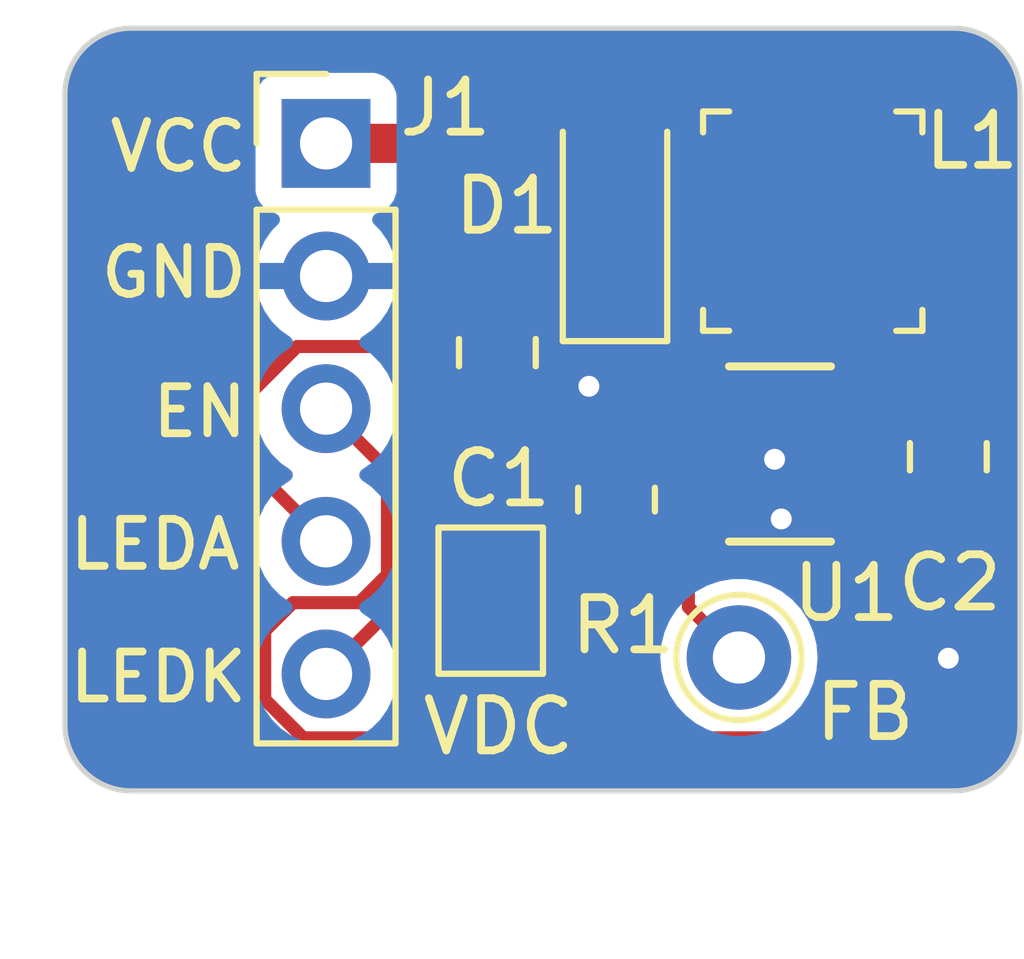
<source format=kicad_pcb>
(kicad_pcb (version 20221018) (generator pcbnew)
  (layers (0 "F.Cu" signal) (31 "B.Cu" signal) (34 "B.Paste" user) (35 "F.Paste" user) (36 "B.SilkS" user "B.Silkscreen") (37 "F.SilkS" user "F.Silkscreen") (38 "B.Mask" user) (39 "F.Mask" user) (44 "Edge.Cuts" user))
  (net 0 "")
  (net 1 "/LED_A")
  (net 2 "GND")
  (net 3 "VCC")
  (net 4 "Net-(D1-A)")
  (net 5 "/ENABLE")
  (net 6 "/LED_K")
  (net 7 "Net-(JP1-B)")
  (footprint "Resistor_SMD:R_0805_2012Metric" (layer "F.Cu") (at 159.66 93.99 -90)
    (fp_text reference "R1" (at 2.413 -0.126 -180) (layer "F.SilkS"))
    (fp_text value "7.78")
    (fp_line (start -0.227064 -0.735) (end 0.227064 -0.735) (stroke (width 0.12)) (layer "F.SilkS"))
    (fp_line (start -0.227064 0.735) (end 0.227064 0.735) (stroke (width 0.12)) (layer "F.SilkS"))
    (pad "1" smd roundrect (at -0.9125 0 270) (size 1.025 1.4) (layers "F.Cu" "F.Paste" "F.Mask") (roundrect_rratio 0.243902) (net 2 "GND"))
    (pad "2" smd roundrect (at 0.9125 0 270) (size 1.025 1.4) (layers "F.Cu" "F.Paste" "F.Mask") (roundrect_rratio 0.243902) (net 6 "/LED_K"))
  )
  (footprint "Connector_PinHeader_2.54mm:PinHeader_1x05_P2.54mm_Vertical" (layer "F.Cu") (at 154.098 87.169)
    (fp_text reference "J1" (at 2.286 -0.679) (layer "F.SilkS"))
    (fp_text value "Conn_01x05_Pin")
    (fp_line (start -1.33 -1.33) (end 0 -1.33) (stroke (width 0.12)) (layer "F.SilkS"))
    (fp_line (start -1.33 0) (end -1.33 -1.33) (stroke (width 0.12)) (layer "F.SilkS"))
    (fp_line (start -1.33 1.27) (end -1.33 11.49) (stroke (width 0.12)) (layer "F.SilkS"))
    (fp_line (start -1.33 1.27) (end 1.33 1.27) (stroke (width 0.12)) (layer "F.SilkS"))
    (fp_line (start -1.33 11.49) (end 1.33 11.49) (stroke (width 0.12)) (layer "F.SilkS"))
    (fp_line (start 1.33 1.27) (end 1.33 11.49) (stroke (width 0.12)) (layer "F.SilkS"))
    (pad "1" thru_hole rect (at 0 0) (size 1.7 1.7) (drill 1) (layers "*.Cu" "*.Mask") (net 3 "VCC"))
    (pad "2" thru_hole oval (at 0 2.54) (size 1.7 1.7) (drill 1) (layers "*.Cu" "*.Mask") (net 2 "GND"))
    (pad "3" thru_hole oval (at 0 5.08) (size 1.7 1.7) (drill 1) (layers "*.Cu" "*.Mask") (net 5 "/ENABLE"))
    (pad "4" thru_hole oval (at 0 7.62) (size 1.7 1.7) (drill 1) (layers "*.Cu" "*.Mask") (net 1 "/LED_A"))
    (pad "5" thru_hole oval (at 0 10.16) (size 1.7 1.7) (drill 1) (layers "*.Cu" "*.Mask") (net 6 "/LED_K"))
  )
  (footprint "TestPoint:TestPoint_THTPad_D2.0mm_Drill1.0mm" (layer "F.Cu") (at 162.004 97.014)
    (fp_text reference "FB" (at 2.413 1.05) (layer "F.SilkS"))
    (fp_text value "TestPoint")
    (fp_circle (center 0 0) (end 0 1.2) (stroke (width 0.12)) (fill none) (layer "F.SilkS"))
    (pad "1" thru_hole circle (at 0 0) (size 2 2) (drill 1) (layers "*.Cu" "*.Mask") (net 7 "Net-(JP1-B)"))
  )
  (footprint "Diode_SMD:D_SOD-123" (layer "F.Cu") (at 159.631 88.596 90)
    (fp_text reference "D1" (at 0.228 -2.074 180) (layer "F.SilkS"))
    (fp_text value "D_Schottky")
    (fp_line (start -2.36 -1) (end -2.36 1) (stroke (width 0.12)) (layer "F.SilkS"))
    (fp_line (start -2.36 -1) (end 1.65 -1) (stroke (width 0.12)) (layer "F.SilkS"))
    (fp_line (start -2.36 1) (end 1.65 1) (stroke (width 0.12)) (layer "F.SilkS"))
    (pad "1" smd roundrect (at -1.65 0 90) (size 0.9 1.2) (layers "F.Cu" "F.Paste" "F.Mask") (net 1 "/LED_A"))
    (pad "2" smd roundrect (at 1.65 0 90) (size 0.9 1.2) (layers "F.Cu" "F.Paste" "F.Mask") (net 4 "Net-(D1-A)"))
  )
  (footprint "project:ap5726-sot26" (layer "F.Cu") (at 162.790201 93.117199)
    (fp_text reference "U1" (at 1.27 2.667 unlocked) (layer "F.SilkS"))
    (fp_text value "~")
    (fp_line (start -0.977 1.676999) (end 0.977 1.676999) (stroke (width 0.1524)) (layer "F.SilkS"))
    (fp_line (start 0.977 -1.676999) (end -0.977 -1.676999) (stroke (width 0.1524)) (layer "F.SilkS"))
    (pad "1" smd rect (at -1.2 -0.950001) (size 0.8 0.55) (layers "F.Cu" "F.Paste" "F.Mask") (net 4 "Net-(D1-A)"))
    (pad "2" smd oval (at -1.2 0) (size 0.8 0.55) (layers "F.Cu" "F.Paste" "F.Mask") (net 2 "GND"))
    (pad "3" smd oval (at -1.2 0.950001) (size 0.8 0.55) (layers "F.Cu" "F.Paste" "F.Mask") (net 7 "Net-(JP1-B)"))
    (pad "4" smd oval (at 1.2 0.950001) (size 0.8 0.55) (layers "F.Cu" "F.Paste" "F.Mask") (net 5 "/ENABLE"))
    (pad "5" smd oval (at 1.2 0) (size 0.8 0.55) (layers "F.Cu" "F.Paste" "F.Mask") (net 1 "/LED_A"))
    (pad "6" smd oval (at 1.2 -0.950001) (size 0.8 0.55) (layers "F.Cu" "F.Paste" "F.Mask") (net 3 "VCC"))
  )
  (footprint "Capacitor_SMD:C_0805_2012Metric" (layer "F.Cu") (at 157.378 91.175 -90)
    (fp_text reference "C1" (at 2.413 -0.029 -180) (layer "F.SilkS"))
    (fp_text value "1uF")
    (fp_line (start -0.261252 -0.735) (end 0.261252 -0.735) (stroke (width 0.12)) (layer "F.SilkS"))
    (fp_line (start -0.261252 0.735) (end 0.261252 0.735) (stroke (width 0.12)) (layer "F.SilkS"))
    (pad "1" smd roundrect (at -0.95 0 270) (size 1 1.45) (layers "F.Cu" "F.Paste" "F.Mask") (net 1 "/LED_A"))
    (pad "2" smd roundrect (at 0.95 0 270) (size 1 1.45) (layers "F.Cu" "F.Paste" "F.Mask") (net 2 "GND"))
  )
  (footprint "Capacitor_SMD:C_0805_2012Metric" (layer "F.Cu") (at 166.014 93.169 -90)
    (fp_text reference "C2" (at 2.413 -0.029 -180) (layer "F.SilkS"))
    (fp_text value "1uF")
    (fp_line (start -0.261252 -0.735) (end 0.261252 -0.735) (stroke (width 0.12)) (layer "F.SilkS"))
    (fp_line (start -0.261252 0.735) (end 0.261252 0.735) (stroke (width 0.12)) (layer "F.SilkS"))
    (pad "1" smd roundrect (at -0.95 0 270) (size 1 1.45) (layers "F.Cu" "F.Paste" "F.Mask") (net 3 "VCC"))
    (pad "2" smd roundrect (at 0.95 0 270) (size 1 1.45) (layers "F.Cu" "F.Paste" "F.Mask") (net 2 "GND"))
  )
  (footprint "Jumper:SolderJumper-2_P1.3mm_Bridged_Pad1.0x1.5mm" (layer "F.Cu") (at 157.251 95.925 -90)
    (fp_text reference "VDC" (at 2.413 -0.149) (layer "F.SilkS"))
    (fp_text value "Jumper_2_Bridged")
    (fp_poly (pts (xy -0.25 -0.3) (xy 0.25 -0.3) (xy 0.25 0.3) (xy -0.25 0.3)) (fill solid) (layer "F.Cu"))
    (fp_line (start -1.4 -1) (end 1.4 -1) (stroke (width 0.12)) (layer "F.SilkS"))
    (fp_line (start -1.4 1) (end -1.4 -1) (stroke (width 0.12)) (layer "F.SilkS"))
    (fp_line (start 1.4 -1) (end 1.4 1) (stroke (width 0.12)) (layer "F.SilkS"))
    (fp_line (start 1.4 1) (end -1.4 1) (stroke (width 0.12)) (layer "F.SilkS"))
    (pad "1" smd rect (at -0.65 0 270) (size 1 1.5) (layers "F.Cu" "F.Mask") (net 6 "/LED_K"))
    (pad "2" smd rect (at 0.65 0 270) (size 1 1.5) (layers "F.Cu" "F.Mask") (net 7 "Net-(JP1-B)"))
  )
  (footprint "project:lqh44pn220mprl" (layer "F.Cu") (at 163.417 88.658 180)
    (fp_text reference "L1" (at -3.048 1.532 unlocked) (layer "F.SilkS"))
    (fp_text value "22uH")
    (fp_line (start -2.1 -2.1) (end -2.1 -1.7) (stroke (width 0.12)) (layer "F.SilkS"))
    (fp_line (start -2.1 1.7) (end -2.1 2.1) (stroke (width 0.12)) (layer "F.SilkS"))
    (fp_line (start -2.1 2.1) (end -1.6 2.1) (stroke (width 0.12)) (layer "F.SilkS"))
    (fp_line (start -1.6 -2.1) (end -2.1 -2.1) (stroke (width 0.12)) (layer "F.SilkS"))
    (fp_line (start 1.6 -2.1) (end 2.1 -2.1) (stroke (width 0.12)) (layer "F.SilkS"))
    (fp_line (start 2.1 -2.1) (end 2.1 -1.7) (stroke (width 0.12)) (layer "F.SilkS"))
    (fp_line (start 2.1 1.7) (end 2.1 2.1) (stroke (width 0.12)) (layer "F.SilkS"))
    (fp_line (start 2.1 2.1) (end 1.6 2.1) (stroke (width 0.12)) (layer "F.SilkS"))
    (pad "1" smd trapezoid (at 1.475 0 180) (size 1.45 3.3) (rect_delta 0.6 0) (layers "F.Cu" "F.Paste" "F.Mask") (net 4 "Net-(D1-A)"))
    (pad "2" smd trapezoid (at -1.475 0 180) (size 1.45 3.3) (rect_delta -0.6 0) (layers "F.Cu" "F.Paste" "F.Mask") (net 3 "VCC"))
  )
  (gr_arc (start 166.116 84.963) (mid 167.014026 85.334974) (end 167.386 86.233) (stroke (width 0.1)) (layer "Edge.Cuts"))
  (gr_line (start 167.386 86.233) (end 167.386 98.298) (stroke (width 0.1)) (layer "Edge.Cuts"))
  (gr_line (start 149.098 86.233) (end 149.098 98.298) (stroke (width 0.1)) (layer "Edge.Cuts"))
  (gr_arc (start 150.368 99.568) (mid 149.469974 99.196026) (end 149.098 98.298) (stroke (width 0.1)) (layer "Edge.Cuts"))
  (gr_line (start 150.368 84.963) (end 166.116 84.963) (stroke (width 0.1)) (layer "Edge.Cuts"))
  (gr_arc (start 149.098 86.233) (mid 149.469974 85.334974) (end 150.368 84.963) (stroke (width 0.1)) (layer "Edge.Cuts"))
  (gr_line (start 150.368 99.568) (end 166.116 99.568) (stroke (width 0.1)) (layer "Edge.Cuts"))
  (gr_arc (start 167.386 98.298) (mid 167.014026 99.196026) (end 166.116 99.568) (stroke (width 0.1)) (layer "Edge.Cuts"))
  (gr_text "EN" (at 152.654 92.837) (layer "F.SilkS") (effects (font (size 0.9 0.9)) (justify right bottom)))
  (gr_text "VCC" (at 152.654 87.757) (layer "F.SilkS") (effects (font (size 0.9 0.9)) (justify right bottom)))
  (gr_text "GND" (at 152.654 90.17) (layer "F.SilkS") (effects (font (size 0.9 0.9)) (justify right bottom)))
  (gr_text "LEDA\n" (at 152.527 95.377) (layer "F.SilkS") (effects (font (size 0.9 0.9)) (justify right bottom)))
  (gr_text "LEDK" (at 152.654 97.917) (layer "F.SilkS") (effects (font (size 0.9 0.9)) (justify right bottom)))
  (segment (start 157.378 90.225) (end 159.61 90.225) (width 0.25) (layer "F.Cu") (net 1))
  (segment (start 153.543 91.059) (end 152.473 92.129) (width 0.25) (layer "F.Cu") (net 1))
  (segment (start 152.473 98.002097) (end 153.530903 99.06) (width 0.25) (layer "F.Cu") (net 1))
  (segment (start 163.322 99.06) (end 164.846 97.536) (width 0.25) (layer "F.Cu") (net 1))
  (segment (start 153.530903 99.06) (end 163.322 99.06) (width 0.25) (layer "F.Cu") (net 1))
  (segment (start 152.473 93.164) (end 152.473 92.129) (width 0.25) (layer "F.Cu") (net 1))
  (segment (start 164.013728 93.117199) (end 163.990201 93.117199) (width 0.25) (layer "F.Cu") (net 1))
  (segment (start 156.21 90.17) (end 155.321 91.059) (width 0.25) (layer "F.Cu") (net 1))
  (segment (start 152.473 92.129) (end 152.473 98.002097) (width 0.25) (layer "F.Cu") (net 1))
  (segment (start 157.323 90.17) (end 156.21 90.17) (width 0.25) (layer "F.Cu") (net 1))
  (segment (start 154.098 94.789) (end 152.473 93.164) (width 0.25) (layer "F.Cu") (net 1))
  (segment (start 155.321 91.059) (end 153.543 91.059) (width 0.25) (layer "F.Cu") (net 1))
  (segment (start 164.846 93.949471) (end 164.013728 93.117199) (width 0.25) (layer "F.Cu") (net 1))
  (segment (start 157.378 90.225) (end 157.323 90.17) (width 0.25) (layer "F.Cu") (net 1))
  (segment (start 159.61 90.225) (end 159.631 90.246) (width 0.25) (layer "F.Cu") (net 1))
  (segment (start 164.846 97.536) (end 164.846 93.949471) (width 0.25) (layer "F.Cu") (net 1))
  (segment (start 166.014 94.119) (end 166.014 97.028) (width 0.25) (layer "F.Cu") (net 2))
  (via (at 162.687 93.218) (size 0.8) (drill 0.4) (layers "F.Cu" "B.Cu") (net 2))
  (via (at 162.814 94.361) (size 0.8) (drill 0.4) (layers "F.Cu" "B.Cu") (net 2))
  (via (at 166.014 97.028) (size 0.8) (drill 0.4) (layers "F.Cu" "B.Cu") (net 2))
  (via (at 159.131 91.821) (size 0.8) (drill 0.4) (layers "F.Cu" "B.Cu") (net 2))
  (segment (start 154.098 87.169) (end 155.655 87.169) (width 0.75) (layer "F.Cu") (net 3))
  (segment (start 164.892 86.279) (end 164.892 88.658) (width 0.75) (layer "F.Cu") (net 3))
  (segment (start 164.211 85.598) (end 164.892 86.279) (width 0.75) (layer "F.Cu") (net 3))
  (segment (start 157.226 85.598) (end 164.211 85.598) (width 0.75) (layer "F.Cu") (net 3))
  (segment (start 155.655 87.169) (end 157.226 85.598) (width 0.75) (layer "F.Cu") (net 3))
  (segment (start 163.193604 98.552) (end 153.659299 98.552) (width 0.25) (layer "F.Cu") (net 5))
  (segment (start 152.923 97.815701) (end 152.923 96.504999) (width 0.25) (layer "F.Cu") (net 5))
  (segment (start 164.396 97.349604) (end 163.193604 98.552) (width 0.25) (layer "F.Cu") (net 5))
  (segment (start 153.463999 95.964) (end 154.734 95.964) (width 0.25) (layer "F.Cu") (net 5))
  (segment (start 155.273 93.424) (end 154.098 92.249) (width 0.25) (layer "F.Cu") (net 5))
  (segment (start 154.734 95.964) (end 155.273 95.425) (width 0.25) (layer "F.Cu") (net 5))
  (segment (start 152.923 96.504999) (end 153.463999 95.964) (width 0.25) (layer "F.Cu") (net 5))
  (segment (start 163.990201 94.0672) (end 164.396 94.472999) (width 0.25) (layer "F.Cu") (net 5))
  (segment (start 164.396 94.472999) (end 164.396 97.349604) (width 0.25) (layer "F.Cu") (net 5))
  (segment (start 155.273 95.425) (end 155.273 93.424) (width 0.25) (layer "F.Cu") (net 5))
  (segment (start 153.659299 98.552) (end 152.923 97.815701) (width 0.25) (layer "F.Cu") (net 5))
  (segment (start 156.152 95.275) (end 154.098 97.329) (width 0.25) (layer "F.Cu") (net 6))
  (segment (start 158.344 95.275) (end 156.152 95.275) (width 0.25) (layer "F.Cu") (net 6))
  (segment (start 158.7165 94.9025) (end 158.344 95.275) (width 0.25) (layer "F.Cu") (net 6))
  (segment (start 159.66 94.9025) (end 158.7165 94.9025) (width 0.25) (layer "F.Cu") (net 6))
  (segment (start 161.036 95.123) (end 161.036 96.046) (width 0.25) (layer "F.Cu") (net 7))
  (segment (start 161.036 96.046) (end 162.004 97.014) (width 0.25) (layer "F.Cu") (net 7))
  (segment (start 161.036 95.123) (end 161.036 94.621401) (width 0.25) (layer "F.Cu") (net 7))
  (segment (start 157.251 96.194) (end 159.965 96.194) (width 0.25) (layer "F.Cu") (net 7))
  (segment (start 159.965 96.194) (end 161.036 95.123) (width 0.25) (layer "F.Cu") (net 7))
  (segment (start 161.036 94.621401) (end 161.590201 94.0672) (width 0.25) (layer "F.Cu") (net 7))
  (zone (net 4) (net_name "Net-(D1-A)") (layer "F.Cu") (connect_pads yes (clearance 0.5)) (min_thickness 0.25) (fill yes (thermal_gap 0.5) (thermal_bridge_width 0.5))
    (polygon (pts (xy 160.909 87.63) (xy 158.75 87.63) (xy 158.75 86.487) (xy 162.941 86.487) (xy 162.941 90.805) (xy 162.306 90.805) (xy 162.306 92.583) (xy 160.909 92.583)))
  )
  (zone (net 3) (net_name "VCC") (layer "F.Cu") (priority 2) (connect_pads yes (clearance 0.5)) (min_thickness 0.25) (fill yes (thermal_gap 0.5) (thermal_bridge_width 0.5))
    (polygon (pts (xy 163.322 92.456) (xy 164.846 92.456) (xy 164.846 93.091) (xy 167.005 93.091) (xy 167.005 86.36) (xy 163.322 86.36)))
  )
  (zone (net 2) (net_name "GND") (layer "F.Cu") (priority 1) (connect_pads yes (clearance 0.5)) (min_thickness 0.25) (fill yes (thermal_gap 0.5) (thermal_bridge_width 0.5))
    (polygon (pts (xy 156.337 91.186) (xy 156.337 93.599) (xy 162.179 93.599) (xy 162.179 94.869) (xy 163.449 94.869) (xy 163.449 92.583) (xy 160.655 92.583) (xy 160.655 91.186)))
  )
  (zone (net 2) (net_name "GND") (layer "B.Cu") (priority 3) (connect_pads (clearance 0.5)) (min_thickness 0.25) (fill yes (thermal_gap 0.5) (thermal_bridge_width 0.5))
    (polygon (pts (xy 149.098 84.963) (xy 167.386 84.963) (xy 167.386 99.568) (xy 149.098 99.568)))
  )
)
</source>
